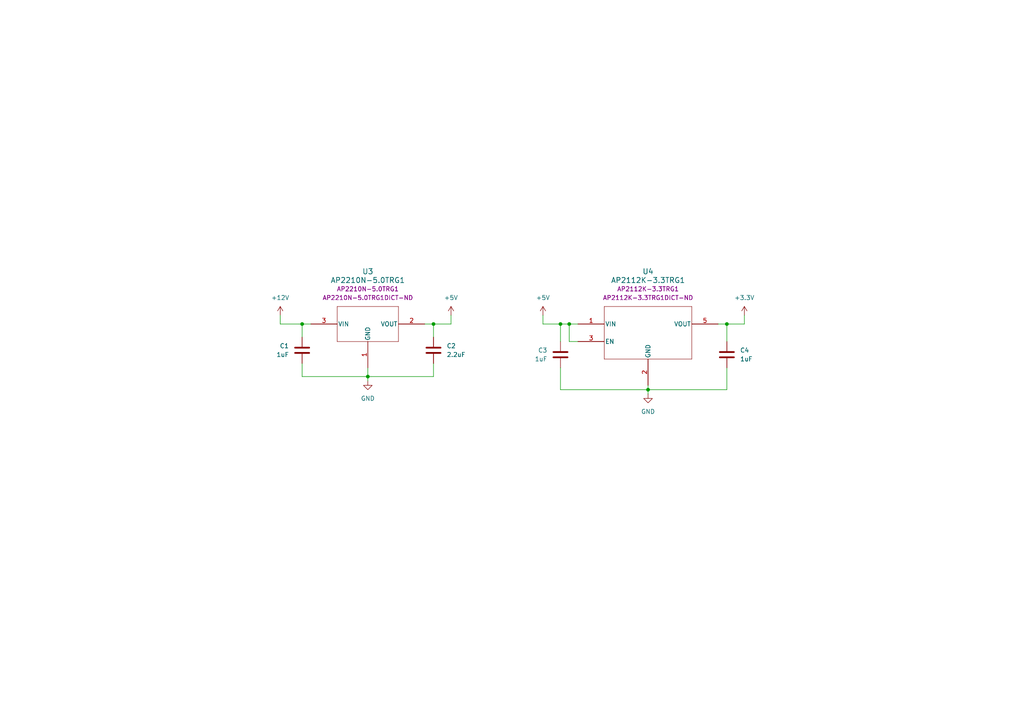
<source format=kicad_sch>
(kicad_sch (version 20230121) (generator eeschema)
  (paper "A4")
  (title_block (title "Adjustable Power Supply") (date "2024-01-11"))
  (lib_symbols
    (symbol "Adjustable_Power_Suppy:AP2112K-3.3TRG1" (pin_names (offset 0.254))
      (property "Reference" "U" (at 20.32 10.16 0))
      (property "Value" "AP2112K-3.3TRG1" (at 20.32 7.62 0))
      (property "MPN" "AP2112K-3.3TRG1" (at 2.54 21.59 0))
      (property "Digikey PN" "AP2112K-3.3TRG1DICT-ND" (at -2.54 16.51 0))
      (symbol "AP2112K-3.3TRG1_0_1"
        (polyline (pts (xy 7.62 -10.16) (xy 33.02 -10.16)) (stroke (width 0.127)))
        (polyline (pts (xy 7.62 5.08) (xy 7.62 -10.16)) (stroke (width 0.127)))
        (polyline (pts (xy 33.02 -10.16) (xy 33.02 5.08)) (stroke (width 0.127)))
        (polyline (pts (xy 33.02 5.08) (xy 7.62 5.08)) (stroke (width 0.127)))
        (pin unspecified line (at 0 0 0) (length 7.62) (name "VIN") (number "1"))
        (pin unspecified line (at 20.32 -17.78 90) (length 7.62) (name "GND") (number "2"))
        (pin unspecified line (at 0 -5.08 0) (length 7.62) (name "EN") (number "3"))
        (pin unspecified line (at 40.64 0 180) (length 7.62) (name "VOUT") (number "5"))
      )
    )
    (symbol "Adjustable_Power_Suppy:AP2210N-5.0TRG1" (pin_names (offset 0.254))
      (property "Reference" "U" (at 16.51 10.16 0))
      (property "Value" "AP2210N-5.0TRG1" (at 16.51 7.62 0))
      (property "MPN" "AP2210N-5.0TRG1" (at 5.08 21.59 0))
      (property "Digikey PN" "AP2210N-5.0TRG1DICT-ND" (at 5.08 16.51 0))
      (symbol "AP2210N-5.0TRG1_0_1"
        (polyline (pts (xy 7.62 -5.08) (xy 25.4 -5.08)) (stroke (width 0.127)))
        (polyline (pts (xy 7.62 5.08) (xy 7.62 -5.08)) (stroke (width 0.127)))
        (polyline (pts (xy 25.4 -5.08) (xy 25.4 5.08)) (stroke (width 0.127)))
        (polyline (pts (xy 25.4 5.08) (xy 7.62 5.08)) (stroke (width 0.127)))
      )
      (symbol "AP2210N-5.0TRG1_1_1"
        (pin power_in line (at 16.51 -12.7 90) (length 7.62) (name "GND") (number "1"))
        (pin power_out line (at 33.02 0 180) (length 7.62) (name "VOUT") (number "2"))
        (pin power_in line (at 0 0 0) (length 7.62) (name "VIN") (number "3"))
      )
    )
    (symbol "Device:C" (pin_numbers hide) (pin_names (offset 0.254))
      (property "Reference" "C" (at 0.635 2.54 0))
      (property "Value" "C" (at 0.635 -2.54 0))
      (symbol "C_0_1"
        (polyline (pts (xy -2.032 -0.762) (xy 2.032 -0.762)) (stroke (width 0.508)))
        (polyline (pts (xy -2.032 0.762) (xy 2.032 0.762)) (stroke (width 0.508)))
      )
      (symbol "C_1_1"
        (pin passive line (at 0 3.81 270) (length 2.794) (name "~") (number "1"))
        (pin passive line (at 0 -3.81 90) (length 2.794) (name "~") (number "2"))
      )
    )
    (symbol "power:+12V" (power) (pin_names (offset 0))
      (property "Value" "+12V" (at 0 3.556 0))
      (symbol "+12V_0_1"
        (polyline (pts (xy -0.762 1.27) (xy 0 2.54)))
        (polyline (pts (xy 0 0) (xy 0 2.54)))
        (polyline (pts (xy 0 2.54) (xy 0.762 1.27)))
      )
      (symbol "+12V_1_1"
        (pin power_in line (at 0 0 90) (length 0) hide (name "+12V") (number "1"))
      )
    )
    (symbol "power:+3.3V" (power) (pin_names (offset 0))
      (property "Value" "+3.3V" (at 0 3.556 0))
      (symbol "+3.3V_0_1"
        (polyline (pts (xy -0.762 1.27) (xy 0 2.54)))
        (polyline (pts (xy 0 0) (xy 0 2.54)))
        (polyline (pts (xy 0 2.54) (xy 0.762 1.27)))
      )
      (symbol "+3.3V_1_1"
        (pin power_in line (at 0 0 90) (length 0) hide (name "+3.3V") (number "1"))
      )
    )
    (symbol "power:+5V" (power) (pin_names (offset 0))
      (property "Value" "+5V" (at 0 3.556 0))
      (symbol "+5V_0_1"
        (polyline (pts (xy -0.762 1.27) (xy 0 2.54)))
        (polyline (pts (xy 0 0) (xy 0 2.54)))
        (polyline (pts (xy 0 2.54) (xy 0.762 1.27)))
      )
      (symbol "+5V_1_1"
        (pin power_in line (at 0 0 90) (length 0) hide (name "+5V") (number "1"))
      )
    )
    (symbol "power:GND" (power) (pin_names (offset 0))
      (property "Value" "GND" (at 0 -3.81 0))
      (symbol "GND_0_1"
        (polyline (pts (xy 0 0) (xy 0 -1.27) (xy 1.27 -1.27) (xy 0 -2.54) (xy -1.27 -1.27) (xy 0 -1.27)))
      )
      (symbol "GND_1_1"
        (pin power_in line (at 0 0 270) (length 0) hide (name "GND") (number "1"))
      )
    )
  )
  (junction (at 162.56 93.98))
  (junction (at 125.73 93.98))
  (junction (at 210.82 93.98))
  (junction (at 87.63 93.98))
  (junction (at 165.1 93.98))
  (junction (at 106.68 109.22))
  (junction (at 187.96 113.03))
  (wire (pts (xy 87.63 93.98) (xy 90.17 93.98)))
  (wire (pts (xy 87.63 97.79) (xy 87.63 93.98)))
  (wire (pts (xy 106.68 109.22) (xy 106.68 110.49)))
  (wire (pts (xy 125.73 93.98) (xy 125.73 97.79)))
  (wire (pts (xy 106.68 109.22) (xy 87.63 109.22)))
  (wire (pts (xy 157.48 91.44) (xy 157.48 93.98)))
  (wire (pts (xy 130.81 91.44) (xy 130.81 93.98)))
  (wire (pts (xy 165.1 93.98) (xy 167.64 93.98)))
  (wire (pts (xy 187.96 113.03) (xy 187.96 114.3)))
  (wire (pts (xy 162.56 106.68) (xy 162.56 113.03)))
  (wire (pts (xy 106.68 109.22) (xy 125.73 109.22)))
  (wire (pts (xy 123.19 93.98) (xy 125.73 93.98)))
  (wire (pts (xy 187.96 111.76) (xy 187.96 113.03)))
  (wire (pts (xy 165.1 99.06) (xy 167.64 99.06)))
  (wire (pts (xy 215.9 91.44) (xy 215.9 93.98)))
  (wire (pts (xy 210.82 113.03) (xy 187.96 113.03)))
  (wire (pts (xy 208.28 93.98) (xy 210.82 93.98)))
  (wire (pts (xy 162.56 93.98) (xy 162.56 99.06)))
  (wire (pts (xy 210.82 93.98) (xy 215.9 93.98)))
  (wire (pts (xy 165.1 93.98) (xy 165.1 99.06)))
  (wire (pts (xy 125.73 93.98) (xy 130.81 93.98)))
  (wire (pts (xy 210.82 93.98) (xy 210.82 99.06)))
  (wire (pts (xy 125.73 109.22) (xy 125.73 105.41)))
  (wire (pts (xy 210.82 106.68) (xy 210.82 113.03)))
  (wire (pts (xy 81.28 93.98) (xy 87.63 93.98)))
  (wire (pts (xy 81.28 93.98) (xy 81.28 91.44)))
  (wire (pts (xy 162.56 93.98) (xy 165.1 93.98)))
  (wire (pts (xy 157.48 93.98) (xy 162.56 93.98)))
  (wire (pts (xy 106.68 106.68) (xy 106.68 109.22)))
  (wire (pts (xy 162.56 113.03) (xy 187.96 113.03)))
  (wire (pts (xy 87.63 109.22) (xy 87.63 105.41)))
  (symbol (lib_id "power:GND") (at 106.68 110.49 0) (unit 1)
    (property "Reference" "#PWR03" (effects hide))
    (property "Value" "GND" (at 106.68 115.57 0))
  )
  (symbol (lib_id "power:+3.3V") (at 215.9 91.44 0) (unit 1)
    (property "Reference" "#PWR08" (effects hide))
    (property "Value" "+3.3V" (at 215.9 86.36 0))
  )
  (symbol (lib_id "Adjustable_Power_Suppy:AP2112K-3.3TRG1") (at 167.64 93.98 0) (unit 1)
    (property "Reference" "U4" (at 187.96 78.74 0) (effects (font (size 1.524 1.524))))
    (property "Value" "AP2112K-3.3TRG1" (at 187.96 81.28 0) (effects (font (size 1.524 1.524))))
    (property "Footprint" "Adjustable_Power_Supply:AP2112K-3.3TRG1" (effects hide))
    (property "Datasheet" "https://www.diodes.com/assets/Datasheets/AP2112.pdf" (effects hide))
    (property "MPN" "AP2112K-3.3TRG1" (at 187.96 83.82 0))
    (property "Digikey PN" "AP2112K-3.3TRG1DICT-ND" (at 187.96 86.36 0))
  )
  (symbol (lib_id "Device:C") (at 210.82 102.87 0) (unit 1)
    (property "Reference" "C4" (at 214.63 101.6 0) (effects (justify left)))
    (property "Value" "1uF" (at 214.63 104.14 0) (effects (justify left)))
  )
  (symbol (lib_id "Device:C") (at 162.56 102.87 0) (mirror y) (unit 1)
    (property "Reference" "C3" (at 158.75 101.6 0) (effects (justify left)))
    (property "Value" "1uF" (at 158.75 104.14 0) (effects (justify left)))
  )
  (symbol (lib_id "power:+12V") (at 81.28 91.44 0) (unit 1)
    (property "Reference" "#PWR04" (effects hide))
    (property "Value" "+12V" (at 81.28 86.36 0))
  )
  (symbol (lib_id "Device:C") (at 125.73 101.6 0) (unit 1)
    (property "Reference" "C2" (at 129.54 100.33 0) (effects (justify left)))
    (property "Value" "2.2uF" (at 129.54 102.87 0) (effects (justify left)))
  )
  (symbol (lib_id "power:GND") (at 187.96 114.3 0) (unit 1)
    (property "Reference" "#PWR07" (effects hide))
    (property "Value" "GND" (at 187.96 119.38 0))
  )
  (symbol (lib_id "Device:C") (at 87.63 101.6 0) (mirror y) (unit 1)
    (property "Reference" "C1" (at 83.82 100.33 0) (effects (justify left)))
    (property "Value" "1uF" (at 83.82 102.87 0) (effects (justify left)))
  )
  (symbol (lib_id "power:+5V") (at 130.81 91.44 0) (unit 1)
    (property "Reference" "#PWR05" (effects hide))
    (property "Value" "+5V" (at 130.81 86.36 0))
  )
  (symbol (lib_id "Adjustable_Power_Suppy:AP2210N-5.0TRG1") (at 90.17 93.98 0) (unit 1)
    (property "Reference" "U3" (at 106.68 78.74 0) (effects (font (size 1.524 1.524))))
    (property "Value" "AP2210N-5.0TRG1" (at 106.68 81.28 0) (effects (font (size 1.524 1.524))))
    (property "Footprint" "Adjustable_Power_Supply:AP2210N-5.0TRG1" (effects hide))
    (property "Datasheet" "https://www.diodes.com/assets/Datasheets/AP2210.pdf" (effects hide))
    (property "MPN" "AP2210N-5.0TRG1" (at 106.68 83.82 0))
    (property "Digikey PN" "AP2210N-5.0TRG1DICT-ND" (at 106.68 86.36 0))
  )
  (symbol (lib_id "power:+5V") (at 157.48 91.44 0) (unit 1)
    (property "Reference" "#PWR06" (effects hide))
    (property "Value" "+5V" (at 157.48 86.36 0))
  )
)
</source>
